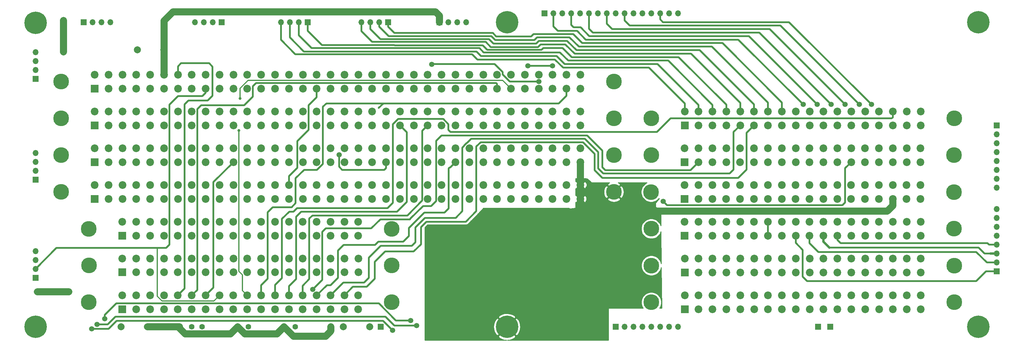
<source format=gbr>
G04 #@! TF.GenerationSoftware,KiCad,Pcbnew,(5.1.10-1-10_14)*
G04 #@! TF.CreationDate,2022-01-31T23:08:06+11:00*
G04 #@! TF.ProjectId,motherboard 2.0,6d6f7468-6572-4626-9f61-726420322e30,rev?*
G04 #@! TF.SameCoordinates,Original*
G04 #@! TF.FileFunction,Copper,L1,Top*
G04 #@! TF.FilePolarity,Positive*
%FSLAX46Y46*%
G04 Gerber Fmt 4.6, Leading zero omitted, Abs format (unit mm)*
G04 Created by KiCad (PCBNEW (5.1.10-1-10_14)) date 2022-01-31 23:08:06*
%MOMM*%
%LPD*%
G01*
G04 APERTURE LIST*
G04 #@! TA.AperFunction,ComponentPad*
%ADD10O,1.700000X1.700000*%
G04 #@! TD*
G04 #@! TA.AperFunction,ComponentPad*
%ADD11R,1.700000X1.700000*%
G04 #@! TD*
G04 #@! TA.AperFunction,ComponentPad*
%ADD12C,2.200000*%
G04 #@! TD*
G04 #@! TA.AperFunction,ComponentPad*
%ADD13C,4.500000*%
G04 #@! TD*
G04 #@! TA.AperFunction,ComponentPad*
%ADD14R,2.200000X2.200000*%
G04 #@! TD*
G04 #@! TA.AperFunction,ComponentPad*
%ADD15O,1.600000X1.600000*%
G04 #@! TD*
G04 #@! TA.AperFunction,ComponentPad*
%ADD16C,1.600000*%
G04 #@! TD*
G04 #@! TA.AperFunction,ComponentPad*
%ADD17C,2.000000*%
G04 #@! TD*
G04 #@! TA.AperFunction,ComponentPad*
%ADD18C,0.800000*%
G04 #@! TD*
G04 #@! TA.AperFunction,ComponentPad*
%ADD19C,6.400000*%
G04 #@! TD*
G04 #@! TA.AperFunction,ViaPad*
%ADD20C,2.000000*%
G04 #@! TD*
G04 #@! TA.AperFunction,ViaPad*
%ADD21C,1.500000*%
G04 #@! TD*
G04 #@! TA.AperFunction,ViaPad*
%ADD22C,0.800000*%
G04 #@! TD*
G04 #@! TA.AperFunction,Conductor*
%ADD23C,2.000000*%
G04 #@! TD*
G04 #@! TA.AperFunction,Conductor*
%ADD24C,0.500000*%
G04 #@! TD*
G04 #@! TA.AperFunction,Conductor*
%ADD25C,0.304800*%
G04 #@! TD*
G04 #@! TA.AperFunction,Conductor*
%ADD26C,0.635000*%
G04 #@! TD*
G04 #@! TA.AperFunction,Conductor*
%ADD27C,0.254000*%
G04 #@! TD*
G04 #@! TA.AperFunction,Conductor*
%ADD28C,0.100000*%
G04 #@! TD*
G04 APERTURE END LIST*
D10*
X220300000Y-156000000D03*
X217760000Y-156000000D03*
X215220000Y-156000000D03*
X212680000Y-156000000D03*
X210140000Y-156000000D03*
X207600000Y-156000000D03*
X205060000Y-156000000D03*
X202520000Y-156000000D03*
X199980000Y-156000000D03*
X197440000Y-156000000D03*
X194900000Y-156000000D03*
X192360000Y-156000000D03*
X189820000Y-156000000D03*
X187280000Y-156000000D03*
X184740000Y-156000000D03*
D11*
X182200000Y-156000000D03*
D10*
X159820000Y-158500000D03*
X157280000Y-158500000D03*
X154740000Y-158500000D03*
D11*
X152200000Y-158500000D03*
D10*
X37000000Y-195880000D03*
X37000000Y-198420000D03*
X37000000Y-200960000D03*
D11*
X37000000Y-203500000D03*
D10*
X37000000Y-223880000D03*
X37000000Y-226420000D03*
X37000000Y-228960000D03*
D11*
X37000000Y-231500000D03*
D10*
X37000000Y-167110000D03*
X37000000Y-169650000D03*
X37000000Y-172190000D03*
D11*
X37000000Y-174730000D03*
D10*
X58330000Y-158510000D03*
X55790000Y-158510000D03*
X53250000Y-158510000D03*
D11*
X50710000Y-158510000D03*
D10*
X107000000Y-158500000D03*
X109540000Y-158500000D03*
X112080000Y-158500000D03*
D11*
X114620000Y-158500000D03*
D10*
X130000000Y-158500000D03*
X132540000Y-158500000D03*
X135080000Y-158500000D03*
D11*
X137620000Y-158500000D03*
D10*
X82500000Y-158500000D03*
X85040000Y-158500000D03*
X87580000Y-158500000D03*
D11*
X90120000Y-158500000D03*
D10*
X311200000Y-211900000D03*
X311200000Y-214440000D03*
X311200000Y-216980000D03*
X311200000Y-219520000D03*
X311200000Y-222060000D03*
X311200000Y-224600000D03*
X311200000Y-227140000D03*
D11*
X311200000Y-229680000D03*
D10*
X311200000Y-205800000D03*
X311200000Y-203260000D03*
X311200000Y-200720000D03*
X311200000Y-198180000D03*
X311200000Y-195640000D03*
X311200000Y-193100000D03*
X311200000Y-190560000D03*
D11*
X311200000Y-188020000D03*
D10*
X220280000Y-245500000D03*
X217740000Y-245500000D03*
X215200000Y-245500000D03*
X212660000Y-245500000D03*
X210120000Y-245500000D03*
X207580000Y-245500000D03*
X205040000Y-245500000D03*
D11*
X202500000Y-245500000D03*
X260300000Y-245500000D03*
D12*
X192450000Y-194520000D03*
X192450000Y-198480000D03*
D13*
X44300000Y-196500000D03*
X202000000Y-196500000D03*
D14*
X53850000Y-198480000D03*
D12*
X57810000Y-198480000D03*
X61770000Y-198480000D03*
X65730000Y-198480000D03*
X69690000Y-198480000D03*
X73650000Y-198480000D03*
X77610000Y-198480000D03*
X81570000Y-198480000D03*
X85530000Y-198480000D03*
X89490000Y-198480000D03*
X93450000Y-198480000D03*
X97410000Y-198480000D03*
X101370000Y-198480000D03*
X105330000Y-198480000D03*
X109290000Y-198480000D03*
X113250000Y-198480000D03*
X117210000Y-198480000D03*
X121170000Y-198480000D03*
X125130000Y-198480000D03*
X129090000Y-198480000D03*
X133050000Y-198480000D03*
X137010000Y-198480000D03*
X140970000Y-198480000D03*
X144930000Y-198480000D03*
X148890000Y-198480000D03*
X152850000Y-198480000D03*
X156810000Y-198480000D03*
X160770000Y-198480000D03*
X164730000Y-198480000D03*
X168690000Y-198480000D03*
X172650000Y-198480000D03*
X176610000Y-198480000D03*
X180570000Y-198480000D03*
X184530000Y-198480000D03*
X188490000Y-198480000D03*
X53850000Y-194520000D03*
X57810000Y-194520000D03*
X61770000Y-194520000D03*
X65730000Y-194520000D03*
X69690000Y-194520000D03*
X73650000Y-194520000D03*
X77610000Y-194520000D03*
X81570000Y-194520000D03*
X85530000Y-194520000D03*
X89490000Y-194520000D03*
X93450000Y-194520000D03*
X97410000Y-194520000D03*
X101370000Y-194520000D03*
X105330000Y-194520000D03*
X109290000Y-194520000D03*
X113250000Y-194520000D03*
X117210000Y-194520000D03*
X121170000Y-194520000D03*
X125130000Y-194520000D03*
X129090000Y-194520000D03*
X133050000Y-194520000D03*
X137010000Y-194520000D03*
X140970000Y-194520000D03*
X144930000Y-194520000D03*
X148890000Y-194520000D03*
X152850000Y-194520000D03*
X156810000Y-194520000D03*
X160770000Y-194520000D03*
X164730000Y-194520000D03*
X168690000Y-194520000D03*
X172650000Y-194520000D03*
X176610000Y-194520000D03*
X180570000Y-194520000D03*
X184530000Y-194520000D03*
X188490000Y-194520000D03*
D11*
X135500000Y-245500000D03*
D15*
X71340000Y-245500000D03*
D16*
X81500000Y-245500000D03*
D13*
X52200000Y-238500000D03*
X138620000Y-238500000D03*
D14*
X61750000Y-240480000D03*
D12*
X65710000Y-240480000D03*
X69670000Y-240480000D03*
X73630000Y-240480000D03*
X77590000Y-240480000D03*
X81550000Y-240480000D03*
X85510000Y-240480000D03*
X89470000Y-240480000D03*
X93430000Y-240480000D03*
X97390000Y-240480000D03*
X101350000Y-240480000D03*
X105310000Y-240480000D03*
X109270000Y-240480000D03*
X113230000Y-240480000D03*
X117190000Y-240480000D03*
X121150000Y-240480000D03*
X125110000Y-240480000D03*
X129070000Y-240480000D03*
X61750000Y-236520000D03*
X65710000Y-236520000D03*
X69670000Y-236520000D03*
X73630000Y-236520000D03*
X77590000Y-236520000D03*
X81550000Y-236520000D03*
X85510000Y-236520000D03*
X89470000Y-236520000D03*
X93430000Y-236520000D03*
X97390000Y-236520000D03*
X101350000Y-236520000D03*
X105310000Y-236520000D03*
X109270000Y-236520000D03*
X113230000Y-236520000D03*
X117190000Y-236520000D03*
X121150000Y-236520000D03*
X125110000Y-236520000D03*
X129070000Y-236520000D03*
D11*
X263750000Y-245500000D03*
D13*
X212680000Y-238500000D03*
X299100000Y-238500000D03*
D14*
X222230000Y-240480000D03*
D12*
X226190000Y-240480000D03*
X230150000Y-240480000D03*
X234110000Y-240480000D03*
X238070000Y-240480000D03*
X242030000Y-240480000D03*
X245990000Y-240480000D03*
X249950000Y-240480000D03*
X253910000Y-240480000D03*
X257870000Y-240480000D03*
X261830000Y-240480000D03*
X265790000Y-240480000D03*
X269750000Y-240480000D03*
X273710000Y-240480000D03*
X277670000Y-240480000D03*
X281630000Y-240480000D03*
X285590000Y-240480000D03*
X289550000Y-240480000D03*
X222230000Y-236520000D03*
X226190000Y-236520000D03*
X230150000Y-236520000D03*
X234110000Y-236520000D03*
X238070000Y-236520000D03*
X242030000Y-236520000D03*
X245990000Y-236520000D03*
X249950000Y-236520000D03*
X253910000Y-236520000D03*
X257870000Y-236520000D03*
X261830000Y-236520000D03*
X265790000Y-236520000D03*
X269750000Y-236520000D03*
X273710000Y-236520000D03*
X277670000Y-236520000D03*
X281630000Y-236520000D03*
X285590000Y-236520000D03*
X289550000Y-236520000D03*
D13*
X212660000Y-217500000D03*
X299080000Y-217500000D03*
D14*
X222210000Y-219480000D03*
D12*
X226170000Y-219480000D03*
X230130000Y-219480000D03*
X234090000Y-219480000D03*
X238050000Y-219480000D03*
X242010000Y-219480000D03*
X245970000Y-219480000D03*
X249930000Y-219480000D03*
X253890000Y-219480000D03*
X257850000Y-219480000D03*
X261810000Y-219480000D03*
X265770000Y-219480000D03*
X269730000Y-219480000D03*
X273690000Y-219480000D03*
X277650000Y-219480000D03*
X281610000Y-219480000D03*
X285570000Y-219480000D03*
X289530000Y-219480000D03*
X222210000Y-215520000D03*
X226170000Y-215520000D03*
X230130000Y-215520000D03*
X234090000Y-215520000D03*
X238050000Y-215520000D03*
X242010000Y-215520000D03*
X245970000Y-215520000D03*
X249930000Y-215520000D03*
X253890000Y-215520000D03*
X257850000Y-215520000D03*
X261810000Y-215520000D03*
X265770000Y-215520000D03*
X269730000Y-215520000D03*
X273690000Y-215520000D03*
X277650000Y-215520000D03*
X281610000Y-215520000D03*
X285570000Y-215520000D03*
X289530000Y-215520000D03*
D15*
X121285000Y-245500000D03*
D16*
X111125000Y-245500000D03*
D15*
X107900000Y-245500000D03*
D16*
X97740000Y-245500000D03*
D15*
X94660000Y-245500000D03*
D16*
X84500000Y-245500000D03*
D17*
X132300000Y-245500000D03*
X124800000Y-245500000D03*
X61400000Y-245500000D03*
X68900000Y-245500000D03*
X66040000Y-166370000D03*
X73540000Y-166370000D03*
D13*
X212670000Y-185990000D03*
X299090000Y-185990000D03*
D14*
X222220000Y-187970000D03*
D12*
X226180000Y-187970000D03*
X230140000Y-187970000D03*
X234100000Y-187970000D03*
X238060000Y-187970000D03*
X242020000Y-187970000D03*
X245980000Y-187970000D03*
X249940000Y-187970000D03*
X253900000Y-187970000D03*
X257860000Y-187970000D03*
X261820000Y-187970000D03*
X265780000Y-187970000D03*
X269740000Y-187970000D03*
X273700000Y-187970000D03*
X277660000Y-187970000D03*
X281620000Y-187970000D03*
X285580000Y-187970000D03*
X289540000Y-187970000D03*
X222220000Y-184010000D03*
X226180000Y-184010000D03*
X230140000Y-184010000D03*
X234100000Y-184010000D03*
X238060000Y-184010000D03*
X242020000Y-184010000D03*
X245980000Y-184010000D03*
X249940000Y-184010000D03*
X253900000Y-184010000D03*
X257860000Y-184010000D03*
X261820000Y-184010000D03*
X265780000Y-184010000D03*
X269740000Y-184010000D03*
X273700000Y-184010000D03*
X277660000Y-184010000D03*
X281620000Y-184010000D03*
X285580000Y-184010000D03*
X289540000Y-184010000D03*
D18*
X38697056Y-243802944D03*
X37000000Y-243100000D03*
X35302944Y-243802944D03*
X34600000Y-245500000D03*
X35302944Y-247197056D03*
X37000000Y-247900000D03*
X38697056Y-247197056D03*
X39400000Y-245500000D03*
D19*
X37000000Y-245500000D03*
D18*
X173197056Y-243802944D03*
X171500000Y-243100000D03*
X169802944Y-243802944D03*
X169100000Y-245500000D03*
X169802944Y-247197056D03*
X171500000Y-247900000D03*
X173197056Y-247197056D03*
X173900000Y-245500000D03*
D19*
X171500000Y-245500000D03*
D18*
X307697056Y-243802944D03*
X306000000Y-243100000D03*
X304302944Y-243802944D03*
X303600000Y-245500000D03*
X304302944Y-247197056D03*
X306000000Y-247900000D03*
X307697056Y-247197056D03*
X308400000Y-245500000D03*
D19*
X306000000Y-245500000D03*
D18*
X38697056Y-157000000D03*
X37000000Y-156297056D03*
X35302944Y-157000000D03*
X34600000Y-158697056D03*
X35302944Y-160394112D03*
X37000000Y-161097056D03*
X38697056Y-160394112D03*
X39400000Y-158697056D03*
D19*
X37000000Y-158697056D03*
D18*
X173197056Y-156802944D03*
X171500000Y-156100000D03*
X169802944Y-156802944D03*
X169100000Y-158500000D03*
X169802944Y-160197056D03*
X171500000Y-160900000D03*
X173197056Y-160197056D03*
X173900000Y-158500000D03*
D19*
X171500000Y-158500000D03*
D18*
X307697056Y-156802944D03*
X306000000Y-156100000D03*
X304302944Y-156802944D03*
X303600000Y-158500000D03*
X304302944Y-160197056D03*
X306000000Y-160900000D03*
X307697056Y-160197056D03*
X308400000Y-158500000D03*
D19*
X306000000Y-158500000D03*
D13*
X212680000Y-228010000D03*
X299100000Y-228010000D03*
D14*
X222230000Y-229990000D03*
D12*
X226190000Y-229990000D03*
X230150000Y-229990000D03*
X234110000Y-229990000D03*
X238070000Y-229990000D03*
X242030000Y-229990000D03*
X245990000Y-229990000D03*
X249950000Y-229990000D03*
X253910000Y-229990000D03*
X257870000Y-229990000D03*
X261830000Y-229990000D03*
X265790000Y-229990000D03*
X269750000Y-229990000D03*
X273710000Y-229990000D03*
X277670000Y-229990000D03*
X281630000Y-229990000D03*
X285590000Y-229990000D03*
X289550000Y-229990000D03*
X222230000Y-226030000D03*
X226190000Y-226030000D03*
X230150000Y-226030000D03*
X234110000Y-226030000D03*
X238070000Y-226030000D03*
X242030000Y-226030000D03*
X245990000Y-226030000D03*
X249950000Y-226030000D03*
X253910000Y-226030000D03*
X257870000Y-226030000D03*
X261830000Y-226030000D03*
X265790000Y-226030000D03*
X269750000Y-226030000D03*
X273710000Y-226030000D03*
X277670000Y-226030000D03*
X281630000Y-226030000D03*
X285590000Y-226030000D03*
X289550000Y-226030000D03*
D13*
X212630000Y-207010000D03*
X299050000Y-207010000D03*
D14*
X222180000Y-208990000D03*
D12*
X226140000Y-208990000D03*
X230100000Y-208990000D03*
X234060000Y-208990000D03*
X238020000Y-208990000D03*
X241980000Y-208990000D03*
X245940000Y-208990000D03*
X249900000Y-208990000D03*
X253860000Y-208990000D03*
X257820000Y-208990000D03*
X261780000Y-208990000D03*
X265740000Y-208990000D03*
X269700000Y-208990000D03*
X273660000Y-208990000D03*
X277620000Y-208990000D03*
X281580000Y-208990000D03*
X285540000Y-208990000D03*
X289500000Y-208990000D03*
X222180000Y-205030000D03*
X226140000Y-205030000D03*
X230100000Y-205030000D03*
X234060000Y-205030000D03*
X238020000Y-205030000D03*
X241980000Y-205030000D03*
X245940000Y-205030000D03*
X249900000Y-205030000D03*
X253860000Y-205030000D03*
X257820000Y-205030000D03*
X261780000Y-205030000D03*
X265740000Y-205030000D03*
X269700000Y-205030000D03*
X273660000Y-205030000D03*
X277620000Y-205030000D03*
X281580000Y-205030000D03*
X285540000Y-205030000D03*
X289500000Y-205030000D03*
D13*
X212650000Y-196490000D03*
X299070000Y-196490000D03*
D14*
X222200000Y-198470000D03*
D12*
X226160000Y-198470000D03*
X230120000Y-198470000D03*
X234080000Y-198470000D03*
X238040000Y-198470000D03*
X242000000Y-198470000D03*
X245960000Y-198470000D03*
X249920000Y-198470000D03*
X253880000Y-198470000D03*
X257840000Y-198470000D03*
X261800000Y-198470000D03*
X265760000Y-198470000D03*
X269720000Y-198470000D03*
X273680000Y-198470000D03*
X277640000Y-198470000D03*
X281600000Y-198470000D03*
X285560000Y-198470000D03*
X289520000Y-198470000D03*
X222200000Y-194510000D03*
X226160000Y-194510000D03*
X230120000Y-194510000D03*
X234080000Y-194510000D03*
X238040000Y-194510000D03*
X242000000Y-194510000D03*
X245960000Y-194510000D03*
X249920000Y-194510000D03*
X253880000Y-194510000D03*
X257840000Y-194510000D03*
X261800000Y-194510000D03*
X265760000Y-194510000D03*
X269720000Y-194510000D03*
X273680000Y-194510000D03*
X277640000Y-194510000D03*
X281600000Y-194510000D03*
X285560000Y-194510000D03*
X289520000Y-194510000D03*
D13*
X52210000Y-227960000D03*
X138630000Y-227960000D03*
D14*
X61760000Y-229940000D03*
D12*
X65720000Y-229940000D03*
X69680000Y-229940000D03*
X73640000Y-229940000D03*
X77600000Y-229940000D03*
X81560000Y-229940000D03*
X85520000Y-229940000D03*
X89480000Y-229940000D03*
X93440000Y-229940000D03*
X97400000Y-229940000D03*
X101360000Y-229940000D03*
X105320000Y-229940000D03*
X109280000Y-229940000D03*
X113240000Y-229940000D03*
X117200000Y-229940000D03*
X121160000Y-229940000D03*
X125120000Y-229940000D03*
X129080000Y-229940000D03*
X61760000Y-225980000D03*
X65720000Y-225980000D03*
X69680000Y-225980000D03*
X73640000Y-225980000D03*
X77600000Y-225980000D03*
X81560000Y-225980000D03*
X85520000Y-225980000D03*
X89480000Y-225980000D03*
X93440000Y-225980000D03*
X97400000Y-225980000D03*
X101360000Y-225980000D03*
X105320000Y-225980000D03*
X109280000Y-225980000D03*
X113240000Y-225980000D03*
X117200000Y-225980000D03*
X121160000Y-225980000D03*
X125120000Y-225980000D03*
X129080000Y-225980000D03*
D13*
X52200000Y-217510000D03*
X138620000Y-217510000D03*
D14*
X61750000Y-219490000D03*
D12*
X65710000Y-219490000D03*
X69670000Y-219490000D03*
X73630000Y-219490000D03*
X77590000Y-219490000D03*
X81550000Y-219490000D03*
X85510000Y-219490000D03*
X89470000Y-219490000D03*
X93430000Y-219490000D03*
X97390000Y-219490000D03*
X101350000Y-219490000D03*
X105310000Y-219490000D03*
X109270000Y-219490000D03*
X113230000Y-219490000D03*
X117190000Y-219490000D03*
X121150000Y-219490000D03*
X125110000Y-219490000D03*
X129070000Y-219490000D03*
X61750000Y-215530000D03*
X65710000Y-215530000D03*
X69670000Y-215530000D03*
X73630000Y-215530000D03*
X77590000Y-215530000D03*
X81550000Y-215530000D03*
X85510000Y-215530000D03*
X89470000Y-215530000D03*
X93430000Y-215530000D03*
X97390000Y-215530000D03*
X101350000Y-215530000D03*
X105310000Y-215530000D03*
X109270000Y-215530000D03*
X113230000Y-215530000D03*
X117190000Y-215530000D03*
X121150000Y-215530000D03*
X125110000Y-215530000D03*
X129070000Y-215530000D03*
X192450000Y-173520000D03*
X192450000Y-177480000D03*
D13*
X44300000Y-175500000D03*
X202000000Y-175500000D03*
D14*
X53850000Y-177480000D03*
D12*
X57810000Y-177480000D03*
X61770000Y-177480000D03*
X65730000Y-177480000D03*
X69690000Y-177480000D03*
X73650000Y-177480000D03*
X77610000Y-177480000D03*
X81570000Y-177480000D03*
X85530000Y-177480000D03*
X89490000Y-177480000D03*
X93450000Y-177480000D03*
X97410000Y-177480000D03*
X101370000Y-177480000D03*
X105330000Y-177480000D03*
X109290000Y-177480000D03*
X113250000Y-177480000D03*
X117210000Y-177480000D03*
X121170000Y-177480000D03*
X125130000Y-177480000D03*
X129090000Y-177480000D03*
X133050000Y-177480000D03*
X137010000Y-177480000D03*
X140970000Y-177480000D03*
X144930000Y-177480000D03*
X148890000Y-177480000D03*
X152850000Y-177480000D03*
X156810000Y-177480000D03*
X160770000Y-177480000D03*
X164730000Y-177480000D03*
X168690000Y-177480000D03*
X172650000Y-177480000D03*
X176610000Y-177480000D03*
X180570000Y-177480000D03*
X184530000Y-177480000D03*
X188490000Y-177480000D03*
X53850000Y-173520000D03*
X57810000Y-173520000D03*
X61770000Y-173520000D03*
X65730000Y-173520000D03*
X69690000Y-173520000D03*
X73650000Y-173520000D03*
X77610000Y-173520000D03*
X81570000Y-173520000D03*
X85530000Y-173520000D03*
X89490000Y-173520000D03*
X93450000Y-173520000D03*
X97410000Y-173520000D03*
X101370000Y-173520000D03*
X105330000Y-173520000D03*
X109290000Y-173520000D03*
X113250000Y-173520000D03*
X117210000Y-173520000D03*
X121170000Y-173520000D03*
X125130000Y-173520000D03*
X129090000Y-173520000D03*
X133050000Y-173520000D03*
X137010000Y-173520000D03*
X140970000Y-173520000D03*
X144930000Y-173520000D03*
X148890000Y-173520000D03*
X152850000Y-173520000D03*
X156810000Y-173520000D03*
X160770000Y-173520000D03*
X164730000Y-173520000D03*
X168690000Y-173520000D03*
X172650000Y-173520000D03*
X176610000Y-173520000D03*
X180570000Y-173520000D03*
X184530000Y-173520000D03*
X188490000Y-173520000D03*
X192450000Y-205020000D03*
X192450000Y-208980000D03*
D13*
X44300000Y-207000000D03*
X202000000Y-207000000D03*
D14*
X53850000Y-208980000D03*
D12*
X57810000Y-208980000D03*
X61770000Y-208980000D03*
X65730000Y-208980000D03*
X69690000Y-208980000D03*
X73650000Y-208980000D03*
X77610000Y-208980000D03*
X81570000Y-208980000D03*
X85530000Y-208980000D03*
X89490000Y-208980000D03*
X93450000Y-208980000D03*
X97410000Y-208980000D03*
X101370000Y-208980000D03*
X105330000Y-208980000D03*
X109290000Y-208980000D03*
X113250000Y-208980000D03*
X117210000Y-208980000D03*
X121170000Y-208980000D03*
X125130000Y-208980000D03*
X129090000Y-208980000D03*
X133050000Y-208980000D03*
X137010000Y-208980000D03*
X140970000Y-208980000D03*
X144930000Y-208980000D03*
X148890000Y-208980000D03*
X152850000Y-208980000D03*
X156810000Y-208980000D03*
X160770000Y-208980000D03*
X164730000Y-208980000D03*
X168690000Y-208980000D03*
X172650000Y-208980000D03*
X176610000Y-208980000D03*
X180570000Y-208980000D03*
X184530000Y-208980000D03*
X188490000Y-208980000D03*
X53850000Y-205020000D03*
X57810000Y-205020000D03*
X61770000Y-205020000D03*
X65730000Y-205020000D03*
X69690000Y-205020000D03*
X73650000Y-205020000D03*
X77610000Y-205020000D03*
X81570000Y-205020000D03*
X85530000Y-205020000D03*
X89490000Y-205020000D03*
X93450000Y-205020000D03*
X97410000Y-205020000D03*
X101370000Y-205020000D03*
X105330000Y-205020000D03*
X109290000Y-205020000D03*
X113250000Y-205020000D03*
X117210000Y-205020000D03*
X121170000Y-205020000D03*
X125130000Y-205020000D03*
X129090000Y-205020000D03*
X133050000Y-205020000D03*
X137010000Y-205020000D03*
X140970000Y-205020000D03*
X144930000Y-205020000D03*
X148890000Y-205020000D03*
X152850000Y-205020000D03*
X156810000Y-205020000D03*
X160770000Y-205020000D03*
X164730000Y-205020000D03*
X168690000Y-205020000D03*
X172650000Y-205020000D03*
X176610000Y-205020000D03*
X180570000Y-205020000D03*
X184530000Y-205020000D03*
X188490000Y-205020000D03*
X192450000Y-184020000D03*
X192450000Y-187980000D03*
D13*
X44300000Y-186000000D03*
X202000000Y-186000000D03*
D14*
X53850000Y-187980000D03*
D12*
X57810000Y-187980000D03*
X61770000Y-187980000D03*
X65730000Y-187980000D03*
X69690000Y-187980000D03*
X73650000Y-187980000D03*
X77610000Y-187980000D03*
X81570000Y-187980000D03*
X85530000Y-187980000D03*
X89490000Y-187980000D03*
X93450000Y-187980000D03*
X97410000Y-187980000D03*
X101370000Y-187980000D03*
X105330000Y-187980000D03*
X109290000Y-187980000D03*
X113250000Y-187980000D03*
X117210000Y-187980000D03*
X121170000Y-187980000D03*
X125130000Y-187980000D03*
X129090000Y-187980000D03*
X133050000Y-187980000D03*
X137010000Y-187980000D03*
X140970000Y-187980000D03*
X144930000Y-187980000D03*
X148890000Y-187980000D03*
X152850000Y-187980000D03*
X156810000Y-187980000D03*
X160770000Y-187980000D03*
X164730000Y-187980000D03*
X168690000Y-187980000D03*
X172650000Y-187980000D03*
X176610000Y-187980000D03*
X180570000Y-187980000D03*
X184530000Y-187980000D03*
X188490000Y-187980000D03*
X53850000Y-184020000D03*
X57810000Y-184020000D03*
X61770000Y-184020000D03*
X65730000Y-184020000D03*
X69690000Y-184020000D03*
X73650000Y-184020000D03*
X77610000Y-184020000D03*
X81570000Y-184020000D03*
X85530000Y-184020000D03*
X89490000Y-184020000D03*
X93450000Y-184020000D03*
X97410000Y-184020000D03*
X101370000Y-184020000D03*
X105330000Y-184020000D03*
X109290000Y-184020000D03*
X113250000Y-184020000D03*
X117210000Y-184020000D03*
X121170000Y-184020000D03*
X125130000Y-184020000D03*
X129090000Y-184020000D03*
X133050000Y-184020000D03*
X137010000Y-184020000D03*
X140970000Y-184020000D03*
X144930000Y-184020000D03*
X148890000Y-184020000D03*
X152850000Y-184020000D03*
X156810000Y-184020000D03*
X160770000Y-184020000D03*
X164730000Y-184020000D03*
X168690000Y-184020000D03*
X172650000Y-184020000D03*
X176610000Y-184020000D03*
X180570000Y-184020000D03*
X184530000Y-184020000D03*
X188490000Y-184020000D03*
D20*
X149500000Y-217500000D03*
D21*
X46500000Y-235500000D03*
X37500000Y-235500000D03*
X45000000Y-167000000D03*
X45000000Y-158000000D03*
X207500000Y-212500000D03*
X199000000Y-239000000D03*
D22*
X95300000Y-180300000D03*
X95000000Y-189400000D03*
D21*
X180570000Y-175430000D03*
X150034999Y-170534999D03*
X184500000Y-171000000D03*
X177500000Y-171000000D03*
X216100000Y-209700000D03*
X123579999Y-196420001D03*
X53000000Y-246100000D03*
X138874007Y-246515001D03*
X54500000Y-244800000D03*
X145700000Y-245179990D03*
X144000000Y-243700000D03*
X56700000Y-243199990D03*
X256000000Y-182000000D03*
X260000000Y-182000000D03*
X264000000Y-182000000D03*
X268000000Y-182000000D03*
X272000000Y-182000000D03*
X275500000Y-182000000D03*
X116092663Y-234788423D03*
D23*
X45000000Y-158000000D02*
X45000000Y-167000000D01*
X46500000Y-235500000D02*
X37500000Y-235500000D01*
X281580000Y-208990000D02*
X281580000Y-210920000D01*
X281580000Y-210920000D02*
X280000000Y-212500000D01*
X280000000Y-212500000D02*
X207500000Y-212500000D01*
X199000000Y-239000000D02*
X199000000Y-217500000D01*
X192450000Y-217300000D02*
X192250000Y-217500000D01*
X192250000Y-217500000D02*
X199000000Y-217500000D01*
X149500000Y-217500000D02*
X192250000Y-217500000D01*
X192500000Y-212500000D02*
X192450000Y-212550000D01*
X207500000Y-212500000D02*
X192500000Y-212500000D01*
X192450000Y-212550000D02*
X192450000Y-217300000D01*
X192450000Y-198480000D02*
X192450000Y-212550000D01*
X73650000Y-168158000D02*
X73650000Y-173520000D01*
X152200000Y-158500000D02*
X152200000Y-156645000D01*
X152200000Y-156645000D02*
X151130000Y-155575000D01*
X151130000Y-155575000D02*
X76200000Y-155575000D01*
X73650000Y-158125000D02*
X73650000Y-168158000D01*
X76200000Y-155575000D02*
X73650000Y-158125000D01*
X121285000Y-245500000D02*
X121285000Y-246715000D01*
X121285000Y-246715000D02*
X119800000Y-248200000D01*
X110600000Y-248200000D02*
X107900000Y-245500000D01*
X119800000Y-248200000D02*
X110600000Y-248200000D01*
X107900000Y-245500000D02*
X105900000Y-247500000D01*
X96660000Y-247500000D02*
X94660000Y-245500000D01*
X105900000Y-247500000D02*
X96660000Y-247500000D01*
X71340000Y-245500000D02*
X68900000Y-245500000D01*
X79700001Y-247500001D02*
X92659999Y-247500001D01*
X78100000Y-245900000D02*
X79700001Y-247500001D01*
X92659999Y-247500001D02*
X94660000Y-245500000D01*
X78100000Y-245500000D02*
X78100000Y-245900000D01*
X71340000Y-245500000D02*
X78100000Y-245500000D01*
D24*
X77610000Y-171140000D02*
X77610000Y-173520000D01*
X78500000Y-170250000D02*
X77610000Y-171140000D01*
X86500000Y-170250000D02*
X78500000Y-170250000D01*
X87500000Y-171250000D02*
X86500000Y-170250000D01*
X87500000Y-179500000D02*
X87500000Y-171250000D01*
X79500000Y-234610000D02*
X79500000Y-182000000D01*
X86125000Y-180875000D02*
X87500000Y-179500000D01*
X80625000Y-180875000D02*
X86125000Y-180875000D01*
X79500000Y-182000000D02*
X80625000Y-180875000D01*
X77590000Y-236520000D02*
X79500000Y-234610000D01*
X93450000Y-198480000D02*
X87750000Y-204180000D01*
X87750000Y-234280000D02*
X85510000Y-236520000D01*
X87750000Y-204180000D02*
X87750000Y-234280000D01*
X117210000Y-179970000D02*
X117210000Y-177480000D01*
X114935000Y-182245000D02*
X117210000Y-179970000D01*
X111699999Y-192465001D02*
X114935000Y-189230000D01*
X111699999Y-200085001D02*
X111699999Y-192465001D01*
X109290000Y-202495000D02*
X111699999Y-200085001D01*
X114935000Y-189230000D02*
X114935000Y-182245000D01*
X109290000Y-205020000D02*
X109290000Y-202495000D01*
X112800000Y-212600000D02*
X111300000Y-214100000D01*
X140150000Y-212600000D02*
X112800000Y-212600000D01*
X140970000Y-187980000D02*
X142900000Y-189910000D01*
X142900000Y-189910000D02*
X142900000Y-209850000D01*
X142900000Y-209850000D02*
X140150000Y-212600000D01*
X109270000Y-233930000D02*
X111300000Y-231900000D01*
X109270000Y-236520000D02*
X109270000Y-233930000D01*
X111300000Y-214100000D02*
X111300000Y-231900000D01*
X148890000Y-187980000D02*
X147339999Y-189530001D01*
X147339999Y-209460001D02*
X143100000Y-213700000D01*
X147339999Y-189530001D02*
X147339999Y-209460001D01*
X120200000Y-213700000D02*
X116000000Y-213700000D01*
X143100000Y-213700000D02*
X120200000Y-213700000D01*
X120200000Y-213700000D02*
X119900000Y-213700000D01*
X116000000Y-213700000D02*
X115100000Y-214600000D01*
X115100000Y-214600000D02*
X115100000Y-231900000D01*
X113230000Y-233770000D02*
X113230000Y-236520000D01*
X115100000Y-231900000D02*
X113230000Y-233770000D01*
D25*
X172650000Y-177480000D02*
X170270000Y-175100000D01*
X97640446Y-175100000D02*
X95300000Y-177440446D01*
X95300000Y-177440446D02*
X95300000Y-180300000D01*
X170270000Y-175100000D02*
X97640446Y-175100000D01*
X95000000Y-229689554D02*
X96000000Y-230689554D01*
X95000000Y-189400000D02*
X95000000Y-229689554D01*
X96000000Y-235130000D02*
X97390000Y-236520000D01*
X96000000Y-230689554D02*
X96000000Y-235130000D01*
D24*
X170240001Y-173404003D02*
X170240001Y-172775999D01*
X172265998Y-175430000D02*
X170240001Y-173404003D01*
X170240001Y-172775999D02*
X167964002Y-170500000D01*
X180570000Y-175430000D02*
X172265998Y-175430000D01*
X150069998Y-170500000D02*
X150034999Y-170534999D01*
X167964002Y-170500000D02*
X150069998Y-170500000D01*
X183514666Y-171000000D02*
X184500000Y-171000000D01*
X177500000Y-171000000D02*
X183514666Y-171000000D01*
X268000000Y-200190000D02*
X268000000Y-210000000D01*
X269720000Y-198470000D02*
X268000000Y-200190000D01*
X268000000Y-210000000D02*
X267249999Y-210750001D01*
X267249999Y-210750001D02*
X217150001Y-210750001D01*
X217150001Y-210750001D02*
X216100000Y-209700000D01*
X188490000Y-177480000D02*
X188490000Y-179510000D01*
X188490000Y-179510000D02*
X186300000Y-181700000D01*
X186300000Y-181700000D02*
X136200000Y-181700000D01*
X136200000Y-181700000D02*
X134900000Y-183000000D01*
X111200000Y-203100000D02*
X111200000Y-210200000D01*
X113615998Y-200684002D02*
X111200000Y-203100000D01*
X117300000Y-200684002D02*
X113615998Y-200684002D01*
X119000000Y-198984002D02*
X117300000Y-200684002D01*
X120000000Y-181700000D02*
X119000000Y-182700000D01*
X119000000Y-182700000D02*
X119000000Y-198984002D01*
X136200000Y-181700000D02*
X120000000Y-181700000D01*
X101350000Y-236520000D02*
X101350000Y-233650000D01*
X101350000Y-233650000D02*
X103200000Y-231800000D01*
X103200000Y-231800000D02*
X103200000Y-212800000D01*
X103200000Y-212800000D02*
X104650000Y-211350000D01*
X104650000Y-211350000D02*
X110050000Y-211350000D01*
X111200000Y-210200000D02*
X110050000Y-211350000D01*
X245970000Y-215520000D02*
X245970000Y-220470000D01*
X155259999Y-200030001D02*
X155130001Y-200030001D01*
X156810000Y-198480000D02*
X155259999Y-200030001D01*
X155130001Y-200030001D02*
X154900000Y-200260002D01*
X154900000Y-200260002D02*
X154900000Y-211700000D01*
X154900000Y-211700000D02*
X153700000Y-212900000D01*
X153700000Y-212900000D02*
X152700000Y-212900000D01*
X152700000Y-212900000D02*
X147900000Y-212900000D01*
X147900000Y-212900000D02*
X143500000Y-217300000D01*
X143500000Y-217300000D02*
X143500000Y-219600000D01*
X143500000Y-219600000D02*
X141900000Y-221200000D01*
X141900000Y-221200000D02*
X134800000Y-221200000D01*
X124900000Y-222100000D02*
X133900000Y-222100000D01*
X123300000Y-223700000D02*
X124900000Y-222100000D01*
X121200000Y-233600000D02*
X123300000Y-231500000D01*
X120110000Y-233600000D02*
X121200000Y-233600000D01*
X117190000Y-236520000D02*
X120110000Y-233600000D01*
X123300000Y-231500000D02*
X123300000Y-223700000D01*
X134800000Y-221200000D02*
X133900000Y-222100000D01*
X123579999Y-199779999D02*
X124460000Y-200660000D01*
X124460000Y-200660000D02*
X136525000Y-200660000D01*
X137010000Y-200175000D02*
X137010000Y-198480000D01*
X136525000Y-200660000D02*
X137010000Y-200175000D01*
X123579999Y-196420001D02*
X123579999Y-199779999D01*
X53000000Y-246100000D02*
X57800000Y-246100000D01*
X60100000Y-243800000D02*
X136159006Y-243800000D01*
X57800000Y-246100000D02*
X60100000Y-243800000D01*
X136159006Y-243800000D02*
X138874007Y-246515001D01*
X139379990Y-245179990D02*
X145700000Y-245179990D01*
X54500000Y-244800000D02*
X57600000Y-244800000D01*
X136800000Y-242600000D02*
X139379990Y-245179990D01*
X59800000Y-242600000D02*
X136800000Y-242600000D01*
X57600000Y-244800000D02*
X59800000Y-242600000D01*
X56700000Y-242139330D02*
X56700000Y-243199990D01*
X134923998Y-238800000D02*
X60039330Y-238800000D01*
X60039330Y-238800000D02*
X56700000Y-242139330D01*
X139823998Y-243700000D02*
X134923998Y-238800000D01*
X144000000Y-243700000D02*
X139823998Y-243700000D01*
X308165000Y-229680000D02*
X311200000Y-229680000D01*
X305435000Y-232410000D02*
X308165000Y-229680000D01*
X255905000Y-231140000D02*
X257175000Y-232410000D01*
X255905000Y-223520000D02*
X255905000Y-231140000D01*
X257175000Y-232410000D02*
X305435000Y-232410000D01*
X253890000Y-221505000D02*
X255905000Y-223520000D01*
X253890000Y-219480000D02*
X253890000Y-221505000D01*
X257850000Y-219480000D02*
X257850000Y-221655000D01*
X308420000Y-227140000D02*
X311200000Y-227140000D01*
X305435000Y-224155000D02*
X308420000Y-227140000D01*
X257850000Y-221655000D02*
X260350000Y-224155000D01*
X260350000Y-224155000D02*
X305435000Y-224155000D01*
D26*
X261810000Y-219480000D02*
X261810000Y-221170000D01*
X261810000Y-221170000D02*
X263525000Y-222885000D01*
X309435000Y-224600000D02*
X311200000Y-224600000D01*
D24*
X263525000Y-222885000D02*
X306070000Y-222885000D01*
X307785000Y-224600000D02*
X309435000Y-224600000D01*
X306070000Y-222885000D02*
X307785000Y-224600000D01*
X308610000Y-221615000D02*
X309055000Y-222060000D01*
X309055000Y-222060000D02*
X311200000Y-222060000D01*
X266700000Y-221615000D02*
X308610000Y-221615000D01*
X265770000Y-220685000D02*
X266700000Y-221615000D01*
X265770000Y-219480000D02*
X265770000Y-220685000D01*
X105310000Y-233590000D02*
X105310000Y-236520000D01*
X107300000Y-214700000D02*
X107300000Y-231600000D01*
X109400000Y-212600000D02*
X107300000Y-214700000D01*
X111600000Y-211600000D02*
X110600000Y-212600000D01*
X138900000Y-210100000D02*
X137400000Y-211600000D01*
X140464002Y-186135998D02*
X138900000Y-187700000D01*
X214300000Y-189900000D02*
X155400000Y-189900000D01*
X138900000Y-187700000D02*
X138900000Y-210100000D01*
X281620000Y-185680000D02*
X281300000Y-186000000D01*
X153300000Y-186135998D02*
X140464002Y-186135998D01*
X137400000Y-211600000D02*
X111600000Y-211600000D01*
X154800000Y-189300000D02*
X154800000Y-187635998D01*
X107300000Y-231600000D02*
X105310000Y-233590000D01*
X281620000Y-184010000D02*
X281620000Y-185680000D01*
X155400000Y-189900000D02*
X154800000Y-189300000D01*
X154800000Y-187635998D02*
X153300000Y-186135998D01*
X110600000Y-212600000D02*
X109400000Y-212600000D01*
X218200000Y-186000000D02*
X214300000Y-189900000D01*
X281300000Y-186000000D02*
X218200000Y-186000000D01*
X184740000Y-159740000D02*
X184740000Y-156000000D01*
X194000000Y-163500000D02*
X191500000Y-161000000D01*
X186000000Y-161000000D02*
X184740000Y-159740000D01*
X237500000Y-163500000D02*
X194000000Y-163500000D01*
X191500000Y-161000000D02*
X186000000Y-161000000D01*
X256000000Y-182000000D02*
X237500000Y-163500000D01*
X189820000Y-159320000D02*
X189820000Y-156000000D01*
X190500000Y-160000000D02*
X189820000Y-159320000D01*
X192500000Y-160000000D02*
X190500000Y-160000000D01*
X195000000Y-162500000D02*
X192500000Y-160000000D01*
X240500000Y-162500000D02*
X195000000Y-162500000D01*
X260000000Y-182000000D02*
X240500000Y-162500000D01*
X194900000Y-156000000D02*
X194900000Y-160400000D01*
X194900000Y-160400000D02*
X196000000Y-161500000D01*
X243500000Y-161500000D02*
X264000000Y-182000000D01*
X196000000Y-161500000D02*
X243500000Y-161500000D01*
X199980000Y-156000000D02*
X199980000Y-158980000D01*
X199980000Y-158980000D02*
X201500000Y-160500000D01*
X246500000Y-160500000D02*
X268000000Y-182000000D01*
X201500000Y-160500000D02*
X246500000Y-160500000D01*
X205060000Y-158060000D02*
X205060000Y-156000000D01*
X206500000Y-159500000D02*
X205060000Y-158060000D01*
X249500000Y-159500000D02*
X206500000Y-159500000D01*
X272000000Y-182000000D02*
X249500000Y-159500000D01*
X215220000Y-156000000D02*
X215220000Y-157720000D01*
X215220000Y-157720000D02*
X216000000Y-158500000D01*
X252000000Y-158500000D02*
X275500000Y-182000000D01*
X216000000Y-158500000D02*
X252000000Y-158500000D01*
X222220000Y-181720000D02*
X222220000Y-184010000D01*
X212000000Y-171500000D02*
X222220000Y-181720000D01*
X187500000Y-171500000D02*
X212000000Y-171500000D01*
X163068000Y-169164000D02*
X185164000Y-169164000D01*
X107000000Y-163515000D02*
X111125000Y-167640000D01*
X161544000Y-167640000D02*
X163068000Y-169164000D01*
X111125000Y-167640000D02*
X161544000Y-167640000D01*
X185164000Y-169164000D02*
X187500000Y-171500000D01*
X107000000Y-158500000D02*
X107000000Y-163515000D01*
X188000000Y-170500000D02*
X214500000Y-170500000D01*
X214500000Y-170500000D02*
X226180000Y-182180000D01*
X185648000Y-168148000D02*
X188000000Y-170500000D01*
X162814000Y-166878000D02*
X164084000Y-168148000D01*
X226180000Y-182180000D02*
X226180000Y-184010000D01*
X113538000Y-166878000D02*
X162814000Y-166878000D01*
X164084000Y-168148000D02*
X185648000Y-168148000D01*
X109540000Y-162880000D02*
X113538000Y-166878000D01*
X109540000Y-158500000D02*
X109540000Y-162880000D01*
X189000000Y-169500000D02*
X217500000Y-169500000D01*
X186632000Y-167132000D02*
X189000000Y-169500000D01*
X230140000Y-182140000D02*
X230140000Y-184010000D01*
X217500000Y-169500000D02*
X230140000Y-182140000D01*
X164846000Y-167132000D02*
X186632000Y-167132000D01*
X163639500Y-165925500D02*
X164846000Y-167132000D01*
X115760500Y-165925500D02*
X163639500Y-165925500D01*
X112080000Y-162245000D02*
X115760500Y-165925500D01*
X112080000Y-158500000D02*
X112080000Y-162245000D01*
X139382500Y-165036500D02*
X118681500Y-165036500D01*
X114620000Y-160975000D02*
X114620000Y-158500000D01*
X190000000Y-168500000D02*
X187362000Y-165862000D01*
X164592000Y-165100000D02*
X139446000Y-165100000D01*
X165862000Y-166370000D02*
X164592000Y-165100000D01*
X181356000Y-166370000D02*
X165862000Y-166370000D01*
X118681500Y-165036500D02*
X114620000Y-160975000D01*
X181864000Y-165862000D02*
X181356000Y-166370000D01*
X234100000Y-184010000D02*
X234100000Y-182100000D01*
X220500000Y-168500000D02*
X190000000Y-168500000D01*
X234100000Y-182100000D02*
X220500000Y-168500000D01*
X139446000Y-165100000D02*
X139382500Y-165036500D01*
X187362000Y-165862000D02*
X181864000Y-165862000D01*
X130000000Y-158500000D02*
X130000000Y-161115000D01*
X130000000Y-161115000D02*
X133032500Y-164147500D01*
X166878000Y-165608000D02*
X180340000Y-165608000D01*
X165417500Y-164147500D02*
X166878000Y-165608000D01*
X133032500Y-164147500D02*
X165417500Y-164147500D01*
X180340000Y-165608000D02*
X181102000Y-164846000D01*
X238060000Y-184010000D02*
X238060000Y-181560000D01*
X238060000Y-181560000D02*
X224000000Y-167500000D01*
X224000000Y-167500000D02*
X190808000Y-167500000D01*
X190808000Y-167500000D02*
X188154000Y-164846000D01*
X181102000Y-164846000D02*
X188154000Y-164846000D01*
X238060000Y-187970000D02*
X238060000Y-188840000D01*
X236140000Y-189890000D02*
X238060000Y-187970000D01*
X236140000Y-200610000D02*
X236140000Y-189890000D01*
X235000000Y-201750000D02*
X236140000Y-200610000D01*
X193700000Y-191800000D02*
X197500000Y-195600000D01*
X197500000Y-200250000D02*
X199000000Y-201750000D01*
X160130001Y-192969999D02*
X161300000Y-191800000D01*
X159219999Y-193775999D02*
X160025999Y-192969999D01*
X159219999Y-193880001D02*
X159219999Y-193775999D01*
X121150000Y-236520000D02*
X124770000Y-232900000D01*
X199000000Y-201750000D02*
X235000000Y-201750000D01*
X158750000Y-194350000D02*
X159219999Y-193880001D01*
X148125000Y-214375000D02*
X156875000Y-214375000D01*
X160025999Y-192969999D02*
X160130001Y-192969999D01*
X124770000Y-232900000D02*
X130700000Y-232900000D01*
X144350000Y-222400000D02*
X145375000Y-221375000D01*
X145375000Y-221375000D02*
X145375000Y-217125000D01*
X158750000Y-212500000D02*
X158750000Y-194350000D01*
X130700000Y-232900000D02*
X132100000Y-231500000D01*
X145375000Y-217125000D02*
X148125000Y-214375000D01*
X161300000Y-191800000D02*
X193700000Y-191800000D01*
X132100000Y-225800000D02*
X135500000Y-222400000D01*
X197500000Y-195600000D02*
X197500000Y-200250000D01*
X156875000Y-214375000D02*
X158750000Y-212500000D01*
X132100000Y-231500000D02*
X132100000Y-225800000D01*
X135500000Y-222400000D02*
X144350000Y-222400000D01*
X132540000Y-158500000D02*
X132540000Y-160480000D01*
X135382000Y-163322000D02*
X166370000Y-163322000D01*
X132540000Y-160480000D02*
X135382000Y-163322000D01*
X166370000Y-163322000D02*
X167640000Y-164592000D01*
X167640000Y-164592000D02*
X179832000Y-164592000D01*
X179832000Y-164592000D02*
X180594000Y-163830000D01*
X242020000Y-184010000D02*
X242020000Y-182020000D01*
X242020000Y-182020000D02*
X226500000Y-166500000D01*
X191340000Y-166500000D02*
X188670000Y-163830000D01*
X226500000Y-166500000D02*
X191340000Y-166500000D01*
X180594000Y-163830000D02*
X188670000Y-163830000D01*
X240920001Y-189069999D02*
X242020000Y-187970000D01*
X237500000Y-203000000D02*
X239875000Y-200625000D01*
X198750000Y-203000000D02*
X237500000Y-203000000D01*
X239875000Y-190115000D02*
X240920001Y-189069999D01*
X162750000Y-194050000D02*
X164000000Y-192800000D01*
X133800000Y-226950000D02*
X136750000Y-224000000D01*
X159750000Y-215500000D02*
X162750000Y-212500000D01*
X162750000Y-212500000D02*
X162750000Y-194050000D01*
X148500000Y-215500000D02*
X159750000Y-215500000D01*
X136750000Y-224000000D02*
X144900000Y-224000000D01*
X196500000Y-196100000D02*
X196500000Y-200750000D01*
X144900000Y-224000000D02*
X146950011Y-221949989D01*
X146950011Y-221949989D02*
X146950011Y-217049989D01*
X239875000Y-200625000D02*
X239875000Y-190115000D01*
X196500000Y-200750000D02*
X198750000Y-203000000D01*
X131500000Y-234100000D02*
X133800000Y-231800000D01*
X133800000Y-231800000D02*
X133800000Y-226950000D01*
X127530000Y-234100000D02*
X131500000Y-234100000D01*
X146950011Y-217049989D02*
X148500000Y-215500000D01*
X193200000Y-192800000D02*
X196500000Y-196100000D01*
X164000000Y-192800000D02*
X193200000Y-192800000D01*
X125110000Y-236520000D02*
X127530000Y-234100000D01*
X135080000Y-159845000D02*
X135080000Y-158500000D01*
X167068500Y-162496500D02*
X137731500Y-162496500D01*
X179324000Y-163576000D02*
X168148000Y-163576000D01*
X137731500Y-162496500D02*
X135080000Y-159845000D01*
X168148000Y-163576000D02*
X167068500Y-162496500D01*
X189314000Y-162814000D02*
X180086000Y-162814000D01*
X192000000Y-165500000D02*
X189314000Y-162814000D01*
X180086000Y-162814000D02*
X179324000Y-163576000D01*
X245980000Y-181480000D02*
X230000000Y-165500000D01*
X230000000Y-165500000D02*
X192000000Y-165500000D01*
X245980000Y-184010000D02*
X245980000Y-181480000D01*
X178435000Y-162560000D02*
X179070000Y-161925000D01*
X137620000Y-158500000D02*
X137620000Y-159845000D01*
X167449500Y-161607500D02*
X168402000Y-162560000D01*
X139382500Y-161607500D02*
X167449500Y-161607500D01*
X168402000Y-162560000D02*
X178435000Y-162560000D01*
X137620000Y-159845000D02*
X139382500Y-161607500D01*
X249940000Y-184010000D02*
X249940000Y-181440000D01*
X249940000Y-181440000D02*
X233000000Y-164500000D01*
X233000000Y-164500000D02*
X193000000Y-164500000D01*
X193000000Y-164500000D02*
X190425000Y-161925000D01*
X179070000Y-161925000D02*
X190425000Y-161925000D01*
X168690000Y-177480000D02*
X168690000Y-176190000D01*
X168690000Y-176190000D02*
X168429999Y-175929999D01*
X83120001Y-234949999D02*
X81550000Y-236520000D01*
X83120001Y-183379999D02*
X83120001Y-234949999D01*
X84250000Y-182250000D02*
X96500000Y-182250000D01*
X84250000Y-182250000D02*
X83120001Y-183379999D01*
X96500000Y-182250000D02*
X99000000Y-179750000D01*
X99000000Y-176859998D02*
X99929999Y-175929999D01*
X99000000Y-179750000D02*
X99000000Y-176859998D01*
X168429999Y-175929999D02*
X99929999Y-175929999D01*
X75200001Y-182049999D02*
X75200001Y-222049999D01*
X77625000Y-179625000D02*
X75200001Y-182049999D01*
X42960000Y-223000000D02*
X37000000Y-228960000D01*
X75200001Y-222049999D02*
X74250000Y-223000000D01*
X84625000Y-179625000D02*
X77625000Y-179625000D01*
X85530000Y-178720000D02*
X84625000Y-179625000D01*
X85530000Y-177480000D02*
X85530000Y-178720000D01*
D25*
X71700000Y-223000000D02*
X71700000Y-236739554D01*
D24*
X74250000Y-223000000D02*
X71700000Y-223000000D01*
D25*
X71700000Y-236739554D02*
X73060446Y-238100000D01*
D24*
X71700000Y-223000000D02*
X42960000Y-223000000D01*
D25*
X87890000Y-238100000D02*
X89470000Y-236520000D01*
X73060446Y-238100000D02*
X87890000Y-238100000D01*
D24*
X223830000Y-200800000D02*
X199600000Y-200800000D01*
X199600000Y-200800000D02*
X198700000Y-199900000D01*
X198700000Y-199900000D02*
X198700000Y-195200000D01*
X198700000Y-195200000D02*
X194400000Y-190900000D01*
X194400000Y-190900000D02*
X152800000Y-190900000D01*
X143890001Y-214809999D02*
X135390001Y-214809999D01*
X143890001Y-214709999D02*
X143890001Y-214809999D01*
X151299999Y-209600001D02*
X149900000Y-211000000D01*
X147600000Y-211000000D02*
X143890001Y-214709999D01*
X149900000Y-211000000D02*
X147600000Y-211000000D01*
X152800000Y-190900000D02*
X151299999Y-192400001D01*
X226160000Y-198470000D02*
X223830000Y-200800000D01*
X151299999Y-192400001D02*
X151299999Y-209600001D01*
X118781086Y-232100000D02*
X116092663Y-234788423D01*
X118781086Y-232100000D02*
X118781086Y-218418914D01*
X119800000Y-217400000D02*
X132800000Y-217400000D01*
X118781086Y-218418914D02*
X119800000Y-217400000D01*
X135390001Y-214809999D02*
X132800000Y-217400000D01*
D27*
X194123000Y-204550635D02*
X194037336Y-204299034D01*
X193931338Y-204100726D01*
X193656712Y-203992893D01*
X192629605Y-205020000D01*
X193656712Y-206047107D01*
X193931338Y-205939274D01*
X194082216Y-205632616D01*
X194123000Y-205479848D01*
X194123000Y-208510635D01*
X194037336Y-208259034D01*
X193931338Y-208060726D01*
X193656712Y-207952893D01*
X192629605Y-208980000D01*
X193656712Y-210007107D01*
X193931338Y-209899274D01*
X194082216Y-209592616D01*
X194123000Y-209439848D01*
X194123000Y-211373000D01*
X193500000Y-211373000D01*
X193475224Y-211375440D01*
X193451399Y-211382667D01*
X193429443Y-211394403D01*
X193410197Y-211410197D01*
X193394403Y-211429443D01*
X193382667Y-211451399D01*
X193375440Y-211475224D01*
X193373000Y-211500000D01*
X193375440Y-211524776D01*
X193382667Y-211548601D01*
X193394403Y-211570557D01*
X193418315Y-211597245D01*
X199623634Y-216809713D01*
X199871627Y-239873000D01*
X198026514Y-239873000D01*
X148865710Y-218411938D01*
X148640714Y-216836966D01*
X149277917Y-216624564D01*
X151278277Y-216385000D01*
X159706531Y-216385000D01*
X159750000Y-216389281D01*
X159793469Y-216385000D01*
X159793477Y-216385000D01*
X159923490Y-216372195D01*
X160090313Y-216321589D01*
X160244059Y-216239411D01*
X160378817Y-216128817D01*
X160406534Y-216095044D01*
X161319068Y-215182510D01*
X191015102Y-211626099D01*
X191039412Y-211620730D01*
X191062208Y-211610721D01*
X191082613Y-211596457D01*
X191099844Y-211578487D01*
X191113237Y-211557500D01*
X191122279Y-211534304D01*
X191127000Y-211500000D01*
X191127000Y-210186712D01*
X191422893Y-210186712D01*
X191530726Y-210461338D01*
X191837384Y-210612216D01*
X192167585Y-210700369D01*
X192508639Y-210722409D01*
X192847439Y-210677489D01*
X193170966Y-210567336D01*
X193369274Y-210461338D01*
X193477107Y-210186712D01*
X192450000Y-209159605D01*
X191422893Y-210186712D01*
X191127000Y-210186712D01*
X191127000Y-209961446D01*
X191243288Y-210007107D01*
X192270395Y-208980000D01*
X191243288Y-207952893D01*
X191127000Y-207998554D01*
X191127000Y-207773288D01*
X191422893Y-207773288D01*
X192450000Y-208800395D01*
X193477107Y-207773288D01*
X193369274Y-207498662D01*
X193062616Y-207347784D01*
X192732415Y-207259631D01*
X192391361Y-207237591D01*
X192052561Y-207282511D01*
X191729034Y-207392664D01*
X191530726Y-207498662D01*
X191422893Y-207773288D01*
X191127000Y-207773288D01*
X191127000Y-206226712D01*
X191422893Y-206226712D01*
X191530726Y-206501338D01*
X191837384Y-206652216D01*
X192167585Y-206740369D01*
X192508639Y-206762409D01*
X192847439Y-206717489D01*
X193170966Y-206607336D01*
X193369274Y-206501338D01*
X193477107Y-206226712D01*
X192450000Y-205199605D01*
X191422893Y-206226712D01*
X191127000Y-206226712D01*
X191127000Y-206001446D01*
X191243288Y-206047107D01*
X192270395Y-205020000D01*
X191243288Y-203992893D01*
X191127000Y-204038554D01*
X191127000Y-203813288D01*
X191422893Y-203813288D01*
X192450000Y-204840395D01*
X193477107Y-203813288D01*
X193369274Y-203538662D01*
X193062616Y-203387784D01*
X192732415Y-203299631D01*
X192391361Y-203277591D01*
X192052561Y-203322511D01*
X191729034Y-203432664D01*
X191530726Y-203538662D01*
X191422893Y-203813288D01*
X191127000Y-203813288D01*
X191127000Y-203127000D01*
X194123000Y-203127000D01*
X194123000Y-204550635D01*
G04 #@! TA.AperFunction,Conductor*
D28*
G36*
X194123000Y-204550635D02*
G01*
X194037336Y-204299034D01*
X193931338Y-204100726D01*
X193656712Y-203992893D01*
X192629605Y-205020000D01*
X193656712Y-206047107D01*
X193931338Y-205939274D01*
X194082216Y-205632616D01*
X194123000Y-205479848D01*
X194123000Y-208510635D01*
X194037336Y-208259034D01*
X193931338Y-208060726D01*
X193656712Y-207952893D01*
X192629605Y-208980000D01*
X193656712Y-210007107D01*
X193931338Y-209899274D01*
X194082216Y-209592616D01*
X194123000Y-209439848D01*
X194123000Y-211373000D01*
X193500000Y-211373000D01*
X193475224Y-211375440D01*
X193451399Y-211382667D01*
X193429443Y-211394403D01*
X193410197Y-211410197D01*
X193394403Y-211429443D01*
X193382667Y-211451399D01*
X193375440Y-211475224D01*
X193373000Y-211500000D01*
X193375440Y-211524776D01*
X193382667Y-211548601D01*
X193394403Y-211570557D01*
X193418315Y-211597245D01*
X199623634Y-216809713D01*
X199871627Y-239873000D01*
X198026514Y-239873000D01*
X148865710Y-218411938D01*
X148640714Y-216836966D01*
X149277917Y-216624564D01*
X151278277Y-216385000D01*
X159706531Y-216385000D01*
X159750000Y-216389281D01*
X159793469Y-216385000D01*
X159793477Y-216385000D01*
X159923490Y-216372195D01*
X160090313Y-216321589D01*
X160244059Y-216239411D01*
X160378817Y-216128817D01*
X160406534Y-216095044D01*
X161319068Y-215182510D01*
X191015102Y-211626099D01*
X191039412Y-211620730D01*
X191062208Y-211610721D01*
X191082613Y-211596457D01*
X191099844Y-211578487D01*
X191113237Y-211557500D01*
X191122279Y-211534304D01*
X191127000Y-211500000D01*
X191127000Y-210186712D01*
X191422893Y-210186712D01*
X191530726Y-210461338D01*
X191837384Y-210612216D01*
X192167585Y-210700369D01*
X192508639Y-210722409D01*
X192847439Y-210677489D01*
X193170966Y-210567336D01*
X193369274Y-210461338D01*
X193477107Y-210186712D01*
X192450000Y-209159605D01*
X191422893Y-210186712D01*
X191127000Y-210186712D01*
X191127000Y-209961446D01*
X191243288Y-210007107D01*
X192270395Y-208980000D01*
X191243288Y-207952893D01*
X191127000Y-207998554D01*
X191127000Y-207773288D01*
X191422893Y-207773288D01*
X192450000Y-208800395D01*
X193477107Y-207773288D01*
X193369274Y-207498662D01*
X193062616Y-207347784D01*
X192732415Y-207259631D01*
X192391361Y-207237591D01*
X192052561Y-207282511D01*
X191729034Y-207392664D01*
X191530726Y-207498662D01*
X191422893Y-207773288D01*
X191127000Y-207773288D01*
X191127000Y-206226712D01*
X191422893Y-206226712D01*
X191530726Y-206501338D01*
X191837384Y-206652216D01*
X192167585Y-206740369D01*
X192508639Y-206762409D01*
X192847439Y-206717489D01*
X193170966Y-206607336D01*
X193369274Y-206501338D01*
X193477107Y-206226712D01*
X192450000Y-205199605D01*
X191422893Y-206226712D01*
X191127000Y-206226712D01*
X191127000Y-206001446D01*
X191243288Y-206047107D01*
X192270395Y-205020000D01*
X191243288Y-203992893D01*
X191127000Y-204038554D01*
X191127000Y-203813288D01*
X191422893Y-203813288D01*
X192450000Y-204840395D01*
X193477107Y-203813288D01*
X193369274Y-203538662D01*
X193062616Y-203387784D01*
X192732415Y-203299631D01*
X192391361Y-203277591D01*
X192052561Y-203322511D01*
X191729034Y-203432664D01*
X191530726Y-203538662D01*
X191422893Y-203813288D01*
X191127000Y-203813288D01*
X191127000Y-203127000D01*
X194123000Y-203127000D01*
X194123000Y-204550635D01*
G37*
G04 #@! TD.AperFunction*
D27*
X195668697Y-204347564D02*
X195689293Y-204361551D01*
X195712222Y-204371251D01*
X195736602Y-204376291D01*
X195750000Y-204377000D01*
X200784498Y-204377000D01*
X200400416Y-204582296D01*
X200154265Y-204974660D01*
X202000000Y-206820395D01*
X203845735Y-204974660D01*
X203599584Y-204582296D01*
X203211260Y-204377000D01*
X211447756Y-204377000D01*
X211263440Y-204453346D01*
X210790920Y-204769074D01*
X210389074Y-205170920D01*
X210073346Y-205643440D01*
X209855869Y-206168477D01*
X209745000Y-206725852D01*
X209745000Y-207294148D01*
X209855869Y-207851523D01*
X210073346Y-208376560D01*
X210389074Y-208849080D01*
X210790920Y-209250926D01*
X211263440Y-209566654D01*
X211788477Y-209784131D01*
X212345852Y-209895000D01*
X212914148Y-209895000D01*
X213471523Y-209784131D01*
X213996560Y-209566654D01*
X214469080Y-209250926D01*
X214870926Y-208849080D01*
X214873000Y-208845976D01*
X214873000Y-208955452D01*
X213900830Y-210170664D01*
X213887257Y-210191535D01*
X213878018Y-210214654D01*
X213873000Y-210250000D01*
X213873000Y-211250000D01*
X213875440Y-211274776D01*
X213882667Y-211298601D01*
X213894403Y-211320557D01*
X213910197Y-211339803D01*
X213929443Y-211355597D01*
X213943204Y-211363592D01*
X215373693Y-212078836D01*
X215413786Y-216609360D01*
X215216654Y-216133440D01*
X214900926Y-215660920D01*
X214499080Y-215259074D01*
X214026560Y-214943346D01*
X213501523Y-214725869D01*
X212944148Y-214615000D01*
X212375852Y-214615000D01*
X211818477Y-214725869D01*
X211293440Y-214943346D01*
X210820920Y-215259074D01*
X210419074Y-215660920D01*
X210103346Y-216133440D01*
X209885869Y-216658477D01*
X209775000Y-217215852D01*
X209775000Y-217784148D01*
X209885869Y-218341523D01*
X210103346Y-218866560D01*
X210419074Y-219339080D01*
X210820920Y-219740926D01*
X211293440Y-220056654D01*
X211818477Y-220274131D01*
X212375852Y-220385000D01*
X212944148Y-220385000D01*
X213501523Y-220274131D01*
X214026560Y-220056654D01*
X214499080Y-219740926D01*
X214900926Y-219339080D01*
X215216654Y-218866560D01*
X215429220Y-218353380D01*
X215509702Y-227447849D01*
X215454131Y-227168477D01*
X215236654Y-226643440D01*
X214920926Y-226170920D01*
X214519080Y-225769074D01*
X214046560Y-225453346D01*
X213521523Y-225235869D01*
X212964148Y-225125000D01*
X212395852Y-225125000D01*
X211838477Y-225235869D01*
X211313440Y-225453346D01*
X210840920Y-225769074D01*
X210439074Y-226170920D01*
X210123346Y-226643440D01*
X209905869Y-227168477D01*
X209795000Y-227725852D01*
X209795000Y-228294148D01*
X209905869Y-228851523D01*
X210123346Y-229376560D01*
X210439074Y-229849080D01*
X210840920Y-230250926D01*
X211313440Y-230566654D01*
X211838477Y-230784131D01*
X212395852Y-230895000D01*
X212964148Y-230895000D01*
X213521523Y-230784131D01*
X214046560Y-230566654D01*
X214519080Y-230250926D01*
X214920926Y-229849080D01*
X215236654Y-229376560D01*
X215454131Y-228851523D01*
X215519227Y-228524262D01*
X215621871Y-240123000D01*
X215065306Y-240123000D01*
X215236654Y-239866560D01*
X215454131Y-239341523D01*
X215565000Y-238784148D01*
X215565000Y-238215852D01*
X215454131Y-237658477D01*
X215236654Y-237133440D01*
X214920926Y-236660920D01*
X214519080Y-236259074D01*
X214046560Y-235943346D01*
X213521523Y-235725869D01*
X212964148Y-235615000D01*
X212395852Y-235615000D01*
X211838477Y-235725869D01*
X211313440Y-235943346D01*
X210840920Y-236259074D01*
X210439074Y-236660920D01*
X210123346Y-237133440D01*
X209905869Y-237658477D01*
X209795000Y-238215852D01*
X209795000Y-238784148D01*
X209905869Y-239341523D01*
X210123346Y-239866560D01*
X210294694Y-240123000D01*
X198040699Y-240123000D01*
X196371677Y-238930842D01*
X194127147Y-211996481D01*
X194209678Y-209025340D01*
X200154265Y-209025340D01*
X200400416Y-209417704D01*
X200902822Y-209683312D01*
X201447393Y-209845801D01*
X202013199Y-209898928D01*
X202578498Y-209840652D01*
X203121566Y-209673210D01*
X203599584Y-209417704D01*
X203845735Y-209025340D01*
X202000000Y-207179605D01*
X200154265Y-209025340D01*
X194209678Y-209025340D01*
X194265571Y-207013199D01*
X199101072Y-207013199D01*
X199159348Y-207578498D01*
X199326790Y-208121566D01*
X199582296Y-208599584D01*
X199974660Y-208845735D01*
X201820395Y-207000000D01*
X202179605Y-207000000D01*
X204025340Y-208845735D01*
X204417704Y-208599584D01*
X204683312Y-208097178D01*
X204845801Y-207552607D01*
X204898928Y-206986801D01*
X204840652Y-206421502D01*
X204673210Y-205878434D01*
X204417704Y-205400416D01*
X204025340Y-205154265D01*
X202179605Y-207000000D01*
X201820395Y-207000000D01*
X199974660Y-205154265D01*
X199582296Y-205400416D01*
X199316688Y-205902822D01*
X199154199Y-206447393D01*
X199101072Y-207013199D01*
X194265571Y-207013199D01*
X194369686Y-203265055D01*
X195668697Y-204347564D01*
G04 #@! TA.AperFunction,Conductor*
D28*
G36*
X195668697Y-204347564D02*
G01*
X195689293Y-204361551D01*
X195712222Y-204371251D01*
X195736602Y-204376291D01*
X195750000Y-204377000D01*
X200784498Y-204377000D01*
X200400416Y-204582296D01*
X200154265Y-204974660D01*
X202000000Y-206820395D01*
X203845735Y-204974660D01*
X203599584Y-204582296D01*
X203211260Y-204377000D01*
X211447756Y-204377000D01*
X211263440Y-204453346D01*
X210790920Y-204769074D01*
X210389074Y-205170920D01*
X210073346Y-205643440D01*
X209855869Y-206168477D01*
X209745000Y-206725852D01*
X209745000Y-207294148D01*
X209855869Y-207851523D01*
X210073346Y-208376560D01*
X210389074Y-208849080D01*
X210790920Y-209250926D01*
X211263440Y-209566654D01*
X211788477Y-209784131D01*
X212345852Y-209895000D01*
X212914148Y-209895000D01*
X213471523Y-209784131D01*
X213996560Y-209566654D01*
X214469080Y-209250926D01*
X214870926Y-208849080D01*
X214873000Y-208845976D01*
X214873000Y-208955452D01*
X213900830Y-210170664D01*
X213887257Y-210191535D01*
X213878018Y-210214654D01*
X213873000Y-210250000D01*
X213873000Y-211250000D01*
X213875440Y-211274776D01*
X213882667Y-211298601D01*
X213894403Y-211320557D01*
X213910197Y-211339803D01*
X213929443Y-211355597D01*
X213943204Y-211363592D01*
X215373693Y-212078836D01*
X215413786Y-216609360D01*
X215216654Y-216133440D01*
X214900926Y-215660920D01*
X214499080Y-215259074D01*
X214026560Y-214943346D01*
X213501523Y-214725869D01*
X212944148Y-214615000D01*
X212375852Y-214615000D01*
X211818477Y-214725869D01*
X211293440Y-214943346D01*
X210820920Y-215259074D01*
X210419074Y-215660920D01*
X210103346Y-216133440D01*
X209885869Y-216658477D01*
X209775000Y-217215852D01*
X209775000Y-217784148D01*
X209885869Y-218341523D01*
X210103346Y-218866560D01*
X210419074Y-219339080D01*
X210820920Y-219740926D01*
X211293440Y-220056654D01*
X211818477Y-220274131D01*
X212375852Y-220385000D01*
X212944148Y-220385000D01*
X213501523Y-220274131D01*
X214026560Y-220056654D01*
X214499080Y-219740926D01*
X214900926Y-219339080D01*
X215216654Y-218866560D01*
X215429220Y-218353380D01*
X215509702Y-227447849D01*
X215454131Y-227168477D01*
X215236654Y-226643440D01*
X214920926Y-226170920D01*
X214519080Y-225769074D01*
X214046560Y-225453346D01*
X213521523Y-225235869D01*
X212964148Y-225125000D01*
X212395852Y-225125000D01*
X211838477Y-225235869D01*
X211313440Y-225453346D01*
X210840920Y-225769074D01*
X210439074Y-226170920D01*
X210123346Y-226643440D01*
X209905869Y-227168477D01*
X209795000Y-227725852D01*
X209795000Y-228294148D01*
X209905869Y-228851523D01*
X210123346Y-229376560D01*
X210439074Y-229849080D01*
X210840920Y-230250926D01*
X211313440Y-230566654D01*
X211838477Y-230784131D01*
X212395852Y-230895000D01*
X212964148Y-230895000D01*
X213521523Y-230784131D01*
X214046560Y-230566654D01*
X214519080Y-230250926D01*
X214920926Y-229849080D01*
X215236654Y-229376560D01*
X215454131Y-228851523D01*
X215519227Y-228524262D01*
X215621871Y-240123000D01*
X215065306Y-240123000D01*
X215236654Y-239866560D01*
X215454131Y-239341523D01*
X215565000Y-238784148D01*
X215565000Y-238215852D01*
X215454131Y-237658477D01*
X215236654Y-237133440D01*
X214920926Y-236660920D01*
X214519080Y-236259074D01*
X214046560Y-235943346D01*
X213521523Y-235725869D01*
X212964148Y-235615000D01*
X212395852Y-235615000D01*
X211838477Y-235725869D01*
X211313440Y-235943346D01*
X210840920Y-236259074D01*
X210439074Y-236660920D01*
X210123346Y-237133440D01*
X209905869Y-237658477D01*
X209795000Y-238215852D01*
X209795000Y-238784148D01*
X209905869Y-239341523D01*
X210123346Y-239866560D01*
X210294694Y-240123000D01*
X198040699Y-240123000D01*
X196371677Y-238930842D01*
X194127147Y-211996481D01*
X194209678Y-209025340D01*
X200154265Y-209025340D01*
X200400416Y-209417704D01*
X200902822Y-209683312D01*
X201447393Y-209845801D01*
X202013199Y-209898928D01*
X202578498Y-209840652D01*
X203121566Y-209673210D01*
X203599584Y-209417704D01*
X203845735Y-209025340D01*
X202000000Y-207179605D01*
X200154265Y-209025340D01*
X194209678Y-209025340D01*
X194265571Y-207013199D01*
X199101072Y-207013199D01*
X199159348Y-207578498D01*
X199326790Y-208121566D01*
X199582296Y-208599584D01*
X199974660Y-208845735D01*
X201820395Y-207000000D01*
X202179605Y-207000000D01*
X204025340Y-208845735D01*
X204417704Y-208599584D01*
X204683312Y-208097178D01*
X204845801Y-207552607D01*
X204898928Y-206986801D01*
X204840652Y-206421502D01*
X204673210Y-205878434D01*
X204417704Y-205400416D01*
X204025340Y-205154265D01*
X202179605Y-207000000D01*
X201820395Y-207000000D01*
X199974660Y-205154265D01*
X199582296Y-205400416D01*
X199316688Y-205902822D01*
X199154199Y-206447393D01*
X199101072Y-207013199D01*
X194265571Y-207013199D01*
X194369686Y-203265055D01*
X195668697Y-204347564D01*
G37*
G04 #@! TD.AperFunction*
D27*
X161433260Y-215068318D02*
X163345050Y-213156529D01*
X163378817Y-213128817D01*
X163489411Y-212994059D01*
X163489412Y-212994058D01*
X163551261Y-212878345D01*
X164802606Y-211627000D01*
X189193227Y-211627000D01*
X161433260Y-215068318D01*
G04 #@! TA.AperFunction,Conductor*
D28*
G36*
X161433260Y-215068318D02*
G01*
X163345050Y-213156529D01*
X163378817Y-213128817D01*
X163489411Y-212994059D01*
X163489412Y-212994058D01*
X163551261Y-212878345D01*
X164802606Y-211627000D01*
X189193227Y-211627000D01*
X161433260Y-215068318D01*
G37*
G04 #@! TD.AperFunction*
D27*
X200373000Y-240329211D02*
X200373000Y-249340000D01*
X171622015Y-249340000D01*
X172227938Y-249284178D01*
X172952208Y-249069452D01*
X173620670Y-248717555D01*
X173661088Y-248690548D01*
X174021276Y-248200881D01*
X171500000Y-245679605D01*
X168978724Y-248200881D01*
X169338912Y-248690548D01*
X170002882Y-249050849D01*
X170724385Y-249274694D01*
X171347149Y-249340000D01*
X148127000Y-249340000D01*
X148127000Y-245475695D01*
X167646520Y-245475695D01*
X167715822Y-246227938D01*
X167930548Y-246952208D01*
X168282445Y-247620670D01*
X168309452Y-247661088D01*
X168799119Y-248021276D01*
X171320395Y-245500000D01*
X171679605Y-245500000D01*
X174200881Y-248021276D01*
X174690548Y-247661088D01*
X175050849Y-246997118D01*
X175274694Y-246275615D01*
X175353480Y-245524305D01*
X175284178Y-244772062D01*
X175069452Y-244047792D01*
X174717555Y-243379330D01*
X174690548Y-243338912D01*
X174200881Y-242978724D01*
X171679605Y-245500000D01*
X171320395Y-245500000D01*
X168799119Y-242978724D01*
X168309452Y-243338912D01*
X167949151Y-244002882D01*
X167725306Y-244724385D01*
X167646520Y-245475695D01*
X148127000Y-245475695D01*
X148127000Y-242799119D01*
X168978724Y-242799119D01*
X171500000Y-245320395D01*
X174021276Y-242799119D01*
X173661088Y-242309452D01*
X172997118Y-241949151D01*
X172275615Y-241725306D01*
X171524305Y-241646520D01*
X170772062Y-241715822D01*
X170047792Y-241930548D01*
X169379330Y-242282445D01*
X169338912Y-242309452D01*
X168978724Y-242799119D01*
X148127000Y-242799119D01*
X148127000Y-217124578D01*
X148866579Y-216385000D01*
X151486901Y-216385000D01*
X200373000Y-240329211D01*
G04 #@! TA.AperFunction,Conductor*
D28*
G36*
X200373000Y-240329211D02*
G01*
X200373000Y-249340000D01*
X171622015Y-249340000D01*
X172227938Y-249284178D01*
X172952208Y-249069452D01*
X173620670Y-248717555D01*
X173661088Y-248690548D01*
X174021276Y-248200881D01*
X171500000Y-245679605D01*
X168978724Y-248200881D01*
X169338912Y-248690548D01*
X170002882Y-249050849D01*
X170724385Y-249274694D01*
X171347149Y-249340000D01*
X148127000Y-249340000D01*
X148127000Y-245475695D01*
X167646520Y-245475695D01*
X167715822Y-246227938D01*
X167930548Y-246952208D01*
X168282445Y-247620670D01*
X168309452Y-247661088D01*
X168799119Y-248021276D01*
X171320395Y-245500000D01*
X171679605Y-245500000D01*
X174200881Y-248021276D01*
X174690548Y-247661088D01*
X175050849Y-246997118D01*
X175274694Y-246275615D01*
X175353480Y-245524305D01*
X175284178Y-244772062D01*
X175069452Y-244047792D01*
X174717555Y-243379330D01*
X174690548Y-243338912D01*
X174200881Y-242978724D01*
X171679605Y-245500000D01*
X171320395Y-245500000D01*
X168799119Y-242978724D01*
X168309452Y-243338912D01*
X167949151Y-244002882D01*
X167725306Y-244724385D01*
X167646520Y-245475695D01*
X148127000Y-245475695D01*
X148127000Y-242799119D01*
X168978724Y-242799119D01*
X171500000Y-245320395D01*
X174021276Y-242799119D01*
X173661088Y-242309452D01*
X172997118Y-241949151D01*
X172275615Y-241725306D01*
X171524305Y-241646520D01*
X170772062Y-241715822D01*
X170047792Y-241930548D01*
X169379330Y-242282445D01*
X169338912Y-242309452D01*
X168978724Y-242799119D01*
X148127000Y-242799119D01*
X148127000Y-217124578D01*
X148866579Y-216385000D01*
X151486901Y-216385000D01*
X200373000Y-240329211D01*
G37*
G04 #@! TD.AperFunction*
M02*

</source>
